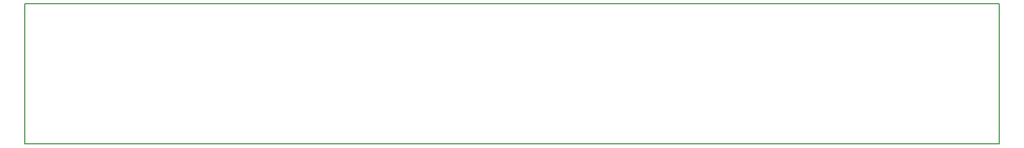
<source format=gbr>
G04 #@! TF.FileFunction,Profile,NP*
%FSLAX46Y46*%
G04 Gerber Fmt 4.6, Leading zero omitted, Abs format (unit mm)*
G04 Created by KiCad (PCBNEW 4.0.7) date 03/14/18 18:08:52*
%MOMM*%
%LPD*%
G01*
G04 APERTURE LIST*
%ADD10C,0.100000*%
%ADD11C,0.150000*%
G04 APERTURE END LIST*
D10*
D11*
X225145600Y-91643200D02*
X68630800Y-91643200D01*
X225145600Y-114198400D02*
X225145600Y-91643200D01*
X68630800Y-114198400D02*
X225145600Y-114198400D01*
X68630800Y-91643200D02*
X68630800Y-114198400D01*
M02*

</source>
